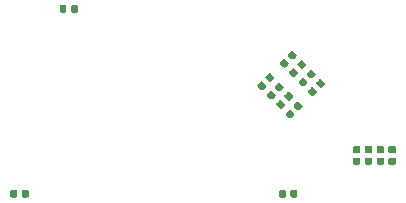
<source format=gbr>
G04 #@! TF.GenerationSoftware,KiCad,Pcbnew,5.1.5+dfsg1-2build2*
G04 #@! TF.CreationDate,2020-11-18T17:14:58+00:00*
G04 #@! TF.ProjectId,picodvi,7069636f-6476-4692-9e6b-696361645f70,rev?*
G04 #@! TF.SameCoordinates,Original*
G04 #@! TF.FileFunction,Paste,Bot*
G04 #@! TF.FilePolarity,Positive*
%FSLAX46Y46*%
G04 Gerber Fmt 4.6, Leading zero omitted, Abs format (unit mm)*
G04 Created by KiCad (PCBNEW 5.1.5+dfsg1-2build2) date 2020-11-18 17:14:58*
%MOMM*%
%LPD*%
G04 APERTURE LIST*
%ADD10C,0.100000*%
G04 APERTURE END LIST*
D10*
G36*
X228753833Y-96219883D02*
G01*
X228768151Y-96222007D01*
X228782192Y-96225524D01*
X228795821Y-96230401D01*
X228808906Y-96236590D01*
X228821322Y-96244031D01*
X228832948Y-96252654D01*
X228843673Y-96262375D01*
X229087625Y-96506327D01*
X229097346Y-96517052D01*
X229105969Y-96528678D01*
X229113410Y-96541094D01*
X229119599Y-96554179D01*
X229124476Y-96567808D01*
X229127993Y-96581849D01*
X229130117Y-96596167D01*
X229130827Y-96610625D01*
X229130117Y-96625083D01*
X229127993Y-96639401D01*
X229124476Y-96653442D01*
X229119599Y-96667071D01*
X229113410Y-96680156D01*
X229105969Y-96692572D01*
X229097346Y-96704198D01*
X229087625Y-96714923D01*
X228879029Y-96923519D01*
X228868304Y-96933240D01*
X228856678Y-96941863D01*
X228844262Y-96949304D01*
X228831177Y-96955493D01*
X228817548Y-96960370D01*
X228803507Y-96963887D01*
X228789189Y-96966011D01*
X228774731Y-96966721D01*
X228760273Y-96966011D01*
X228745955Y-96963887D01*
X228731914Y-96960370D01*
X228718285Y-96955493D01*
X228705200Y-96949304D01*
X228692784Y-96941863D01*
X228681158Y-96933240D01*
X228670433Y-96923519D01*
X228426481Y-96679567D01*
X228416760Y-96668842D01*
X228408137Y-96657216D01*
X228400696Y-96644800D01*
X228394507Y-96631715D01*
X228389630Y-96618086D01*
X228386113Y-96604045D01*
X228383989Y-96589727D01*
X228383279Y-96575269D01*
X228383989Y-96560811D01*
X228386113Y-96546493D01*
X228389630Y-96532452D01*
X228394507Y-96518823D01*
X228400696Y-96505738D01*
X228408137Y-96493322D01*
X228416760Y-96481696D01*
X228426481Y-96470971D01*
X228635077Y-96262375D01*
X228645802Y-96252654D01*
X228657428Y-96244031D01*
X228669844Y-96236590D01*
X228682929Y-96230401D01*
X228696558Y-96225524D01*
X228710599Y-96222007D01*
X228724917Y-96219883D01*
X228739375Y-96219173D01*
X228753833Y-96219883D01*
G37*
G36*
X229439727Y-95533989D02*
G01*
X229454045Y-95536113D01*
X229468086Y-95539630D01*
X229481715Y-95544507D01*
X229494800Y-95550696D01*
X229507216Y-95558137D01*
X229518842Y-95566760D01*
X229529567Y-95576481D01*
X229773519Y-95820433D01*
X229783240Y-95831158D01*
X229791863Y-95842784D01*
X229799304Y-95855200D01*
X229805493Y-95868285D01*
X229810370Y-95881914D01*
X229813887Y-95895955D01*
X229816011Y-95910273D01*
X229816721Y-95924731D01*
X229816011Y-95939189D01*
X229813887Y-95953507D01*
X229810370Y-95967548D01*
X229805493Y-95981177D01*
X229799304Y-95994262D01*
X229791863Y-96006678D01*
X229783240Y-96018304D01*
X229773519Y-96029029D01*
X229564923Y-96237625D01*
X229554198Y-96247346D01*
X229542572Y-96255969D01*
X229530156Y-96263410D01*
X229517071Y-96269599D01*
X229503442Y-96274476D01*
X229489401Y-96277993D01*
X229475083Y-96280117D01*
X229460625Y-96280827D01*
X229446167Y-96280117D01*
X229431849Y-96277993D01*
X229417808Y-96274476D01*
X229404179Y-96269599D01*
X229391094Y-96263410D01*
X229378678Y-96255969D01*
X229367052Y-96247346D01*
X229356327Y-96237625D01*
X229112375Y-95993673D01*
X229102654Y-95982948D01*
X229094031Y-95971322D01*
X229086590Y-95958906D01*
X229080401Y-95945821D01*
X229075524Y-95932192D01*
X229072007Y-95918151D01*
X229069883Y-95903833D01*
X229069173Y-95889375D01*
X229069883Y-95874917D01*
X229072007Y-95860599D01*
X229075524Y-95846558D01*
X229080401Y-95832929D01*
X229086590Y-95819844D01*
X229094031Y-95807428D01*
X229102654Y-95795802D01*
X229112375Y-95785077D01*
X229320971Y-95576481D01*
X229331696Y-95566760D01*
X229343322Y-95558137D01*
X229355738Y-95550696D01*
X229368823Y-95544507D01*
X229382452Y-95539630D01*
X229396493Y-95536113D01*
X229410811Y-95533989D01*
X229425269Y-95533279D01*
X229439727Y-95533989D01*
G37*
G36*
X231039727Y-97133989D02*
G01*
X231054045Y-97136113D01*
X231068086Y-97139630D01*
X231081715Y-97144507D01*
X231094800Y-97150696D01*
X231107216Y-97158137D01*
X231118842Y-97166760D01*
X231129567Y-97176481D01*
X231373519Y-97420433D01*
X231383240Y-97431158D01*
X231391863Y-97442784D01*
X231399304Y-97455200D01*
X231405493Y-97468285D01*
X231410370Y-97481914D01*
X231413887Y-97495955D01*
X231416011Y-97510273D01*
X231416721Y-97524731D01*
X231416011Y-97539189D01*
X231413887Y-97553507D01*
X231410370Y-97567548D01*
X231405493Y-97581177D01*
X231399304Y-97594262D01*
X231391863Y-97606678D01*
X231383240Y-97618304D01*
X231373519Y-97629029D01*
X231164923Y-97837625D01*
X231154198Y-97847346D01*
X231142572Y-97855969D01*
X231130156Y-97863410D01*
X231117071Y-97869599D01*
X231103442Y-97874476D01*
X231089401Y-97877993D01*
X231075083Y-97880117D01*
X231060625Y-97880827D01*
X231046167Y-97880117D01*
X231031849Y-97877993D01*
X231017808Y-97874476D01*
X231004179Y-97869599D01*
X230991094Y-97863410D01*
X230978678Y-97855969D01*
X230967052Y-97847346D01*
X230956327Y-97837625D01*
X230712375Y-97593673D01*
X230702654Y-97582948D01*
X230694031Y-97571322D01*
X230686590Y-97558906D01*
X230680401Y-97545821D01*
X230675524Y-97532192D01*
X230672007Y-97518151D01*
X230669883Y-97503833D01*
X230669173Y-97489375D01*
X230669883Y-97474917D01*
X230672007Y-97460599D01*
X230675524Y-97446558D01*
X230680401Y-97432929D01*
X230686590Y-97419844D01*
X230694031Y-97407428D01*
X230702654Y-97395802D01*
X230712375Y-97385077D01*
X230920971Y-97176481D01*
X230931696Y-97166760D01*
X230943322Y-97158137D01*
X230955738Y-97150696D01*
X230968823Y-97144507D01*
X230982452Y-97139630D01*
X230996493Y-97136113D01*
X231010811Y-97133989D01*
X231025269Y-97133279D01*
X231039727Y-97133989D01*
G37*
G36*
X230353833Y-97819883D02*
G01*
X230368151Y-97822007D01*
X230382192Y-97825524D01*
X230395821Y-97830401D01*
X230408906Y-97836590D01*
X230421322Y-97844031D01*
X230432948Y-97852654D01*
X230443673Y-97862375D01*
X230687625Y-98106327D01*
X230697346Y-98117052D01*
X230705969Y-98128678D01*
X230713410Y-98141094D01*
X230719599Y-98154179D01*
X230724476Y-98167808D01*
X230727993Y-98181849D01*
X230730117Y-98196167D01*
X230730827Y-98210625D01*
X230730117Y-98225083D01*
X230727993Y-98239401D01*
X230724476Y-98253442D01*
X230719599Y-98267071D01*
X230713410Y-98280156D01*
X230705969Y-98292572D01*
X230697346Y-98304198D01*
X230687625Y-98314923D01*
X230479029Y-98523519D01*
X230468304Y-98533240D01*
X230456678Y-98541863D01*
X230444262Y-98549304D01*
X230431177Y-98555493D01*
X230417548Y-98560370D01*
X230403507Y-98563887D01*
X230389189Y-98566011D01*
X230374731Y-98566721D01*
X230360273Y-98566011D01*
X230345955Y-98563887D01*
X230331914Y-98560370D01*
X230318285Y-98555493D01*
X230305200Y-98549304D01*
X230292784Y-98541863D01*
X230281158Y-98533240D01*
X230270433Y-98523519D01*
X230026481Y-98279567D01*
X230016760Y-98268842D01*
X230008137Y-98257216D01*
X230000696Y-98244800D01*
X229994507Y-98231715D01*
X229989630Y-98218086D01*
X229986113Y-98204045D01*
X229983989Y-98189727D01*
X229983279Y-98175269D01*
X229983989Y-98160811D01*
X229986113Y-98146493D01*
X229989630Y-98132452D01*
X229994507Y-98118823D01*
X230000696Y-98105738D01*
X230008137Y-98093322D01*
X230016760Y-98081696D01*
X230026481Y-98070971D01*
X230235077Y-97862375D01*
X230245802Y-97852654D01*
X230257428Y-97844031D01*
X230269844Y-97836590D01*
X230282929Y-97830401D01*
X230296558Y-97825524D01*
X230310599Y-97822007D01*
X230324917Y-97819883D01*
X230339375Y-97819173D01*
X230353833Y-97819883D01*
G37*
G36*
X230239727Y-96333989D02*
G01*
X230254045Y-96336113D01*
X230268086Y-96339630D01*
X230281715Y-96344507D01*
X230294800Y-96350696D01*
X230307216Y-96358137D01*
X230318842Y-96366760D01*
X230329567Y-96376481D01*
X230573519Y-96620433D01*
X230583240Y-96631158D01*
X230591863Y-96642784D01*
X230599304Y-96655200D01*
X230605493Y-96668285D01*
X230610370Y-96681914D01*
X230613887Y-96695955D01*
X230616011Y-96710273D01*
X230616721Y-96724731D01*
X230616011Y-96739189D01*
X230613887Y-96753507D01*
X230610370Y-96767548D01*
X230605493Y-96781177D01*
X230599304Y-96794262D01*
X230591863Y-96806678D01*
X230583240Y-96818304D01*
X230573519Y-96829029D01*
X230364923Y-97037625D01*
X230354198Y-97047346D01*
X230342572Y-97055969D01*
X230330156Y-97063410D01*
X230317071Y-97069599D01*
X230303442Y-97074476D01*
X230289401Y-97077993D01*
X230275083Y-97080117D01*
X230260625Y-97080827D01*
X230246167Y-97080117D01*
X230231849Y-97077993D01*
X230217808Y-97074476D01*
X230204179Y-97069599D01*
X230191094Y-97063410D01*
X230178678Y-97055969D01*
X230167052Y-97047346D01*
X230156327Y-97037625D01*
X229912375Y-96793673D01*
X229902654Y-96782948D01*
X229894031Y-96771322D01*
X229886590Y-96758906D01*
X229880401Y-96745821D01*
X229875524Y-96732192D01*
X229872007Y-96718151D01*
X229869883Y-96703833D01*
X229869173Y-96689375D01*
X229869883Y-96674917D01*
X229872007Y-96660599D01*
X229875524Y-96646558D01*
X229880401Y-96632929D01*
X229886590Y-96619844D01*
X229894031Y-96607428D01*
X229902654Y-96595802D01*
X229912375Y-96585077D01*
X230120971Y-96376481D01*
X230131696Y-96366760D01*
X230143322Y-96358137D01*
X230155738Y-96350696D01*
X230168823Y-96344507D01*
X230182452Y-96339630D01*
X230196493Y-96336113D01*
X230210811Y-96333989D01*
X230225269Y-96333279D01*
X230239727Y-96333989D01*
G37*
G36*
X229553833Y-97019883D02*
G01*
X229568151Y-97022007D01*
X229582192Y-97025524D01*
X229595821Y-97030401D01*
X229608906Y-97036590D01*
X229621322Y-97044031D01*
X229632948Y-97052654D01*
X229643673Y-97062375D01*
X229887625Y-97306327D01*
X229897346Y-97317052D01*
X229905969Y-97328678D01*
X229913410Y-97341094D01*
X229919599Y-97354179D01*
X229924476Y-97367808D01*
X229927993Y-97381849D01*
X229930117Y-97396167D01*
X229930827Y-97410625D01*
X229930117Y-97425083D01*
X229927993Y-97439401D01*
X229924476Y-97453442D01*
X229919599Y-97467071D01*
X229913410Y-97480156D01*
X229905969Y-97492572D01*
X229897346Y-97504198D01*
X229887625Y-97514923D01*
X229679029Y-97723519D01*
X229668304Y-97733240D01*
X229656678Y-97741863D01*
X229644262Y-97749304D01*
X229631177Y-97755493D01*
X229617548Y-97760370D01*
X229603507Y-97763887D01*
X229589189Y-97766011D01*
X229574731Y-97766721D01*
X229560273Y-97766011D01*
X229545955Y-97763887D01*
X229531914Y-97760370D01*
X229518285Y-97755493D01*
X229505200Y-97749304D01*
X229492784Y-97741863D01*
X229481158Y-97733240D01*
X229470433Y-97723519D01*
X229226481Y-97479567D01*
X229216760Y-97468842D01*
X229208137Y-97457216D01*
X229200696Y-97444800D01*
X229194507Y-97431715D01*
X229189630Y-97418086D01*
X229186113Y-97404045D01*
X229183989Y-97389727D01*
X229183279Y-97375269D01*
X229183989Y-97360811D01*
X229186113Y-97346493D01*
X229189630Y-97332452D01*
X229194507Y-97318823D01*
X229200696Y-97305738D01*
X229208137Y-97293322D01*
X229216760Y-97281696D01*
X229226481Y-97270971D01*
X229435077Y-97062375D01*
X229445802Y-97052654D01*
X229457428Y-97044031D01*
X229469844Y-97036590D01*
X229482929Y-97030401D01*
X229496558Y-97025524D01*
X229510599Y-97022007D01*
X229524917Y-97019883D01*
X229539375Y-97019173D01*
X229553833Y-97019883D01*
G37*
G36*
X233739727Y-96033989D02*
G01*
X233754045Y-96036113D01*
X233768086Y-96039630D01*
X233781715Y-96044507D01*
X233794800Y-96050696D01*
X233807216Y-96058137D01*
X233818842Y-96066760D01*
X233829567Y-96076481D01*
X234073519Y-96320433D01*
X234083240Y-96331158D01*
X234091863Y-96342784D01*
X234099304Y-96355200D01*
X234105493Y-96368285D01*
X234110370Y-96381914D01*
X234113887Y-96395955D01*
X234116011Y-96410273D01*
X234116721Y-96424731D01*
X234116011Y-96439189D01*
X234113887Y-96453507D01*
X234110370Y-96467548D01*
X234105493Y-96481177D01*
X234099304Y-96494262D01*
X234091863Y-96506678D01*
X234083240Y-96518304D01*
X234073519Y-96529029D01*
X233864923Y-96737625D01*
X233854198Y-96747346D01*
X233842572Y-96755969D01*
X233830156Y-96763410D01*
X233817071Y-96769599D01*
X233803442Y-96774476D01*
X233789401Y-96777993D01*
X233775083Y-96780117D01*
X233760625Y-96780827D01*
X233746167Y-96780117D01*
X233731849Y-96777993D01*
X233717808Y-96774476D01*
X233704179Y-96769599D01*
X233691094Y-96763410D01*
X233678678Y-96755969D01*
X233667052Y-96747346D01*
X233656327Y-96737625D01*
X233412375Y-96493673D01*
X233402654Y-96482948D01*
X233394031Y-96471322D01*
X233386590Y-96458906D01*
X233380401Y-96445821D01*
X233375524Y-96432192D01*
X233372007Y-96418151D01*
X233369883Y-96403833D01*
X233369173Y-96389375D01*
X233369883Y-96374917D01*
X233372007Y-96360599D01*
X233375524Y-96346558D01*
X233380401Y-96332929D01*
X233386590Y-96319844D01*
X233394031Y-96307428D01*
X233402654Y-96295802D01*
X233412375Y-96285077D01*
X233620971Y-96076481D01*
X233631696Y-96066760D01*
X233643322Y-96058137D01*
X233655738Y-96050696D01*
X233668823Y-96044507D01*
X233682452Y-96039630D01*
X233696493Y-96036113D01*
X233710811Y-96033989D01*
X233725269Y-96033279D01*
X233739727Y-96033989D01*
G37*
G36*
X233053833Y-96719883D02*
G01*
X233068151Y-96722007D01*
X233082192Y-96725524D01*
X233095821Y-96730401D01*
X233108906Y-96736590D01*
X233121322Y-96744031D01*
X233132948Y-96752654D01*
X233143673Y-96762375D01*
X233387625Y-97006327D01*
X233397346Y-97017052D01*
X233405969Y-97028678D01*
X233413410Y-97041094D01*
X233419599Y-97054179D01*
X233424476Y-97067808D01*
X233427993Y-97081849D01*
X233430117Y-97096167D01*
X233430827Y-97110625D01*
X233430117Y-97125083D01*
X233427993Y-97139401D01*
X233424476Y-97153442D01*
X233419599Y-97167071D01*
X233413410Y-97180156D01*
X233405969Y-97192572D01*
X233397346Y-97204198D01*
X233387625Y-97214923D01*
X233179029Y-97423519D01*
X233168304Y-97433240D01*
X233156678Y-97441863D01*
X233144262Y-97449304D01*
X233131177Y-97455493D01*
X233117548Y-97460370D01*
X233103507Y-97463887D01*
X233089189Y-97466011D01*
X233074731Y-97466721D01*
X233060273Y-97466011D01*
X233045955Y-97463887D01*
X233031914Y-97460370D01*
X233018285Y-97455493D01*
X233005200Y-97449304D01*
X232992784Y-97441863D01*
X232981158Y-97433240D01*
X232970433Y-97423519D01*
X232726481Y-97179567D01*
X232716760Y-97168842D01*
X232708137Y-97157216D01*
X232700696Y-97144800D01*
X232694507Y-97131715D01*
X232689630Y-97118086D01*
X232686113Y-97104045D01*
X232683989Y-97089727D01*
X232683279Y-97075269D01*
X232683989Y-97060811D01*
X232686113Y-97046493D01*
X232689630Y-97032452D01*
X232694507Y-97018823D01*
X232700696Y-97005738D01*
X232708137Y-96993322D01*
X232716760Y-96981696D01*
X232726481Y-96970971D01*
X232935077Y-96762375D01*
X232945802Y-96752654D01*
X232957428Y-96744031D01*
X232969844Y-96736590D01*
X232982929Y-96730401D01*
X232996558Y-96725524D01*
X233010599Y-96722007D01*
X233024917Y-96719883D01*
X233039375Y-96719173D01*
X233053833Y-96719883D01*
G37*
G36*
X231839727Y-97933989D02*
G01*
X231854045Y-97936113D01*
X231868086Y-97939630D01*
X231881715Y-97944507D01*
X231894800Y-97950696D01*
X231907216Y-97958137D01*
X231918842Y-97966760D01*
X231929567Y-97976481D01*
X232173519Y-98220433D01*
X232183240Y-98231158D01*
X232191863Y-98242784D01*
X232199304Y-98255200D01*
X232205493Y-98268285D01*
X232210370Y-98281914D01*
X232213887Y-98295955D01*
X232216011Y-98310273D01*
X232216721Y-98324731D01*
X232216011Y-98339189D01*
X232213887Y-98353507D01*
X232210370Y-98367548D01*
X232205493Y-98381177D01*
X232199304Y-98394262D01*
X232191863Y-98406678D01*
X232183240Y-98418304D01*
X232173519Y-98429029D01*
X231964923Y-98637625D01*
X231954198Y-98647346D01*
X231942572Y-98655969D01*
X231930156Y-98663410D01*
X231917071Y-98669599D01*
X231903442Y-98674476D01*
X231889401Y-98677993D01*
X231875083Y-98680117D01*
X231860625Y-98680827D01*
X231846167Y-98680117D01*
X231831849Y-98677993D01*
X231817808Y-98674476D01*
X231804179Y-98669599D01*
X231791094Y-98663410D01*
X231778678Y-98655969D01*
X231767052Y-98647346D01*
X231756327Y-98637625D01*
X231512375Y-98393673D01*
X231502654Y-98382948D01*
X231494031Y-98371322D01*
X231486590Y-98358906D01*
X231480401Y-98345821D01*
X231475524Y-98332192D01*
X231472007Y-98318151D01*
X231469883Y-98303833D01*
X231469173Y-98289375D01*
X231469883Y-98274917D01*
X231472007Y-98260599D01*
X231475524Y-98246558D01*
X231480401Y-98232929D01*
X231486590Y-98219844D01*
X231494031Y-98207428D01*
X231502654Y-98195802D01*
X231512375Y-98185077D01*
X231720971Y-97976481D01*
X231731696Y-97966760D01*
X231743322Y-97958137D01*
X231755738Y-97950696D01*
X231768823Y-97944507D01*
X231782452Y-97939630D01*
X231796493Y-97936113D01*
X231810811Y-97933989D01*
X231825269Y-97933279D01*
X231839727Y-97933989D01*
G37*
G36*
X231153833Y-98619883D02*
G01*
X231168151Y-98622007D01*
X231182192Y-98625524D01*
X231195821Y-98630401D01*
X231208906Y-98636590D01*
X231221322Y-98644031D01*
X231232948Y-98652654D01*
X231243673Y-98662375D01*
X231487625Y-98906327D01*
X231497346Y-98917052D01*
X231505969Y-98928678D01*
X231513410Y-98941094D01*
X231519599Y-98954179D01*
X231524476Y-98967808D01*
X231527993Y-98981849D01*
X231530117Y-98996167D01*
X231530827Y-99010625D01*
X231530117Y-99025083D01*
X231527993Y-99039401D01*
X231524476Y-99053442D01*
X231519599Y-99067071D01*
X231513410Y-99080156D01*
X231505969Y-99092572D01*
X231497346Y-99104198D01*
X231487625Y-99114923D01*
X231279029Y-99323519D01*
X231268304Y-99333240D01*
X231256678Y-99341863D01*
X231244262Y-99349304D01*
X231231177Y-99355493D01*
X231217548Y-99360370D01*
X231203507Y-99363887D01*
X231189189Y-99366011D01*
X231174731Y-99366721D01*
X231160273Y-99366011D01*
X231145955Y-99363887D01*
X231131914Y-99360370D01*
X231118285Y-99355493D01*
X231105200Y-99349304D01*
X231092784Y-99341863D01*
X231081158Y-99333240D01*
X231070433Y-99323519D01*
X230826481Y-99079567D01*
X230816760Y-99068842D01*
X230808137Y-99057216D01*
X230800696Y-99044800D01*
X230794507Y-99031715D01*
X230789630Y-99018086D01*
X230786113Y-99004045D01*
X230783989Y-98989727D01*
X230783279Y-98975269D01*
X230783989Y-98960811D01*
X230786113Y-98946493D01*
X230789630Y-98932452D01*
X230794507Y-98918823D01*
X230800696Y-98905738D01*
X230808137Y-98893322D01*
X230816760Y-98881696D01*
X230826481Y-98870971D01*
X231035077Y-98662375D01*
X231045802Y-98652654D01*
X231057428Y-98644031D01*
X231069844Y-98636590D01*
X231082929Y-98630401D01*
X231096558Y-98625524D01*
X231110599Y-98622007D01*
X231124917Y-98619883D01*
X231139375Y-98619173D01*
X231153833Y-98619883D01*
G37*
G36*
X232253833Y-95919883D02*
G01*
X232268151Y-95922007D01*
X232282192Y-95925524D01*
X232295821Y-95930401D01*
X232308906Y-95936590D01*
X232321322Y-95944031D01*
X232332948Y-95952654D01*
X232343673Y-95962375D01*
X232587625Y-96206327D01*
X232597346Y-96217052D01*
X232605969Y-96228678D01*
X232613410Y-96241094D01*
X232619599Y-96254179D01*
X232624476Y-96267808D01*
X232627993Y-96281849D01*
X232630117Y-96296167D01*
X232630827Y-96310625D01*
X232630117Y-96325083D01*
X232627993Y-96339401D01*
X232624476Y-96353442D01*
X232619599Y-96367071D01*
X232613410Y-96380156D01*
X232605969Y-96392572D01*
X232597346Y-96404198D01*
X232587625Y-96414923D01*
X232379029Y-96623519D01*
X232368304Y-96633240D01*
X232356678Y-96641863D01*
X232344262Y-96649304D01*
X232331177Y-96655493D01*
X232317548Y-96660370D01*
X232303507Y-96663887D01*
X232289189Y-96666011D01*
X232274731Y-96666721D01*
X232260273Y-96666011D01*
X232245955Y-96663887D01*
X232231914Y-96660370D01*
X232218285Y-96655493D01*
X232205200Y-96649304D01*
X232192784Y-96641863D01*
X232181158Y-96633240D01*
X232170433Y-96623519D01*
X231926481Y-96379567D01*
X231916760Y-96368842D01*
X231908137Y-96357216D01*
X231900696Y-96344800D01*
X231894507Y-96331715D01*
X231889630Y-96318086D01*
X231886113Y-96304045D01*
X231883989Y-96289727D01*
X231883279Y-96275269D01*
X231883989Y-96260811D01*
X231886113Y-96246493D01*
X231889630Y-96232452D01*
X231894507Y-96218823D01*
X231900696Y-96205738D01*
X231908137Y-96193322D01*
X231916760Y-96181696D01*
X231926481Y-96170971D01*
X232135077Y-95962375D01*
X232145802Y-95952654D01*
X232157428Y-95944031D01*
X232169844Y-95936590D01*
X232182929Y-95930401D01*
X232196558Y-95925524D01*
X232210599Y-95922007D01*
X232224917Y-95919883D01*
X232239375Y-95919173D01*
X232253833Y-95919883D01*
G37*
G36*
X232939727Y-95233989D02*
G01*
X232954045Y-95236113D01*
X232968086Y-95239630D01*
X232981715Y-95244507D01*
X232994800Y-95250696D01*
X233007216Y-95258137D01*
X233018842Y-95266760D01*
X233029567Y-95276481D01*
X233273519Y-95520433D01*
X233283240Y-95531158D01*
X233291863Y-95542784D01*
X233299304Y-95555200D01*
X233305493Y-95568285D01*
X233310370Y-95581914D01*
X233313887Y-95595955D01*
X233316011Y-95610273D01*
X233316721Y-95624731D01*
X233316011Y-95639189D01*
X233313887Y-95653507D01*
X233310370Y-95667548D01*
X233305493Y-95681177D01*
X233299304Y-95694262D01*
X233291863Y-95706678D01*
X233283240Y-95718304D01*
X233273519Y-95729029D01*
X233064923Y-95937625D01*
X233054198Y-95947346D01*
X233042572Y-95955969D01*
X233030156Y-95963410D01*
X233017071Y-95969599D01*
X233003442Y-95974476D01*
X232989401Y-95977993D01*
X232975083Y-95980117D01*
X232960625Y-95980827D01*
X232946167Y-95980117D01*
X232931849Y-95977993D01*
X232917808Y-95974476D01*
X232904179Y-95969599D01*
X232891094Y-95963410D01*
X232878678Y-95955969D01*
X232867052Y-95947346D01*
X232856327Y-95937625D01*
X232612375Y-95693673D01*
X232602654Y-95682948D01*
X232594031Y-95671322D01*
X232586590Y-95658906D01*
X232580401Y-95645821D01*
X232575524Y-95632192D01*
X232572007Y-95618151D01*
X232569883Y-95603833D01*
X232569173Y-95589375D01*
X232569883Y-95574917D01*
X232572007Y-95560599D01*
X232575524Y-95546558D01*
X232580401Y-95532929D01*
X232586590Y-95519844D01*
X232594031Y-95507428D01*
X232602654Y-95495802D01*
X232612375Y-95485077D01*
X232820971Y-95276481D01*
X232831696Y-95266760D01*
X232843322Y-95258137D01*
X232855738Y-95250696D01*
X232868823Y-95244507D01*
X232882452Y-95239630D01*
X232896493Y-95236113D01*
X232910811Y-95233989D01*
X232925269Y-95233279D01*
X232939727Y-95233989D01*
G37*
G36*
X232139727Y-94433989D02*
G01*
X232154045Y-94436113D01*
X232168086Y-94439630D01*
X232181715Y-94444507D01*
X232194800Y-94450696D01*
X232207216Y-94458137D01*
X232218842Y-94466760D01*
X232229567Y-94476481D01*
X232473519Y-94720433D01*
X232483240Y-94731158D01*
X232491863Y-94742784D01*
X232499304Y-94755200D01*
X232505493Y-94768285D01*
X232510370Y-94781914D01*
X232513887Y-94795955D01*
X232516011Y-94810273D01*
X232516721Y-94824731D01*
X232516011Y-94839189D01*
X232513887Y-94853507D01*
X232510370Y-94867548D01*
X232505493Y-94881177D01*
X232499304Y-94894262D01*
X232491863Y-94906678D01*
X232483240Y-94918304D01*
X232473519Y-94929029D01*
X232264923Y-95137625D01*
X232254198Y-95147346D01*
X232242572Y-95155969D01*
X232230156Y-95163410D01*
X232217071Y-95169599D01*
X232203442Y-95174476D01*
X232189401Y-95177993D01*
X232175083Y-95180117D01*
X232160625Y-95180827D01*
X232146167Y-95180117D01*
X232131849Y-95177993D01*
X232117808Y-95174476D01*
X232104179Y-95169599D01*
X232091094Y-95163410D01*
X232078678Y-95155969D01*
X232067052Y-95147346D01*
X232056327Y-95137625D01*
X231812375Y-94893673D01*
X231802654Y-94882948D01*
X231794031Y-94871322D01*
X231786590Y-94858906D01*
X231780401Y-94845821D01*
X231775524Y-94832192D01*
X231772007Y-94818151D01*
X231769883Y-94803833D01*
X231769173Y-94789375D01*
X231769883Y-94774917D01*
X231772007Y-94760599D01*
X231775524Y-94746558D01*
X231780401Y-94732929D01*
X231786590Y-94719844D01*
X231794031Y-94707428D01*
X231802654Y-94695802D01*
X231812375Y-94685077D01*
X232020971Y-94476481D01*
X232031696Y-94466760D01*
X232043322Y-94458137D01*
X232055738Y-94450696D01*
X232068823Y-94444507D01*
X232082452Y-94439630D01*
X232096493Y-94436113D01*
X232110811Y-94433989D01*
X232125269Y-94433279D01*
X232139727Y-94433989D01*
G37*
G36*
X231453833Y-95119883D02*
G01*
X231468151Y-95122007D01*
X231482192Y-95125524D01*
X231495821Y-95130401D01*
X231508906Y-95136590D01*
X231521322Y-95144031D01*
X231532948Y-95152654D01*
X231543673Y-95162375D01*
X231787625Y-95406327D01*
X231797346Y-95417052D01*
X231805969Y-95428678D01*
X231813410Y-95441094D01*
X231819599Y-95454179D01*
X231824476Y-95467808D01*
X231827993Y-95481849D01*
X231830117Y-95496167D01*
X231830827Y-95510625D01*
X231830117Y-95525083D01*
X231827993Y-95539401D01*
X231824476Y-95553442D01*
X231819599Y-95567071D01*
X231813410Y-95580156D01*
X231805969Y-95592572D01*
X231797346Y-95604198D01*
X231787625Y-95614923D01*
X231579029Y-95823519D01*
X231568304Y-95833240D01*
X231556678Y-95841863D01*
X231544262Y-95849304D01*
X231531177Y-95855493D01*
X231517548Y-95860370D01*
X231503507Y-95863887D01*
X231489189Y-95866011D01*
X231474731Y-95866721D01*
X231460273Y-95866011D01*
X231445955Y-95863887D01*
X231431914Y-95860370D01*
X231418285Y-95855493D01*
X231405200Y-95849304D01*
X231392784Y-95841863D01*
X231381158Y-95833240D01*
X231370433Y-95823519D01*
X231126481Y-95579567D01*
X231116760Y-95568842D01*
X231108137Y-95557216D01*
X231100696Y-95544800D01*
X231094507Y-95531715D01*
X231089630Y-95518086D01*
X231086113Y-95504045D01*
X231083989Y-95489727D01*
X231083279Y-95475269D01*
X231083989Y-95460811D01*
X231086113Y-95446493D01*
X231089630Y-95432452D01*
X231094507Y-95418823D01*
X231100696Y-95405738D01*
X231108137Y-95393322D01*
X231116760Y-95381696D01*
X231126481Y-95370971D01*
X231335077Y-95162375D01*
X231345802Y-95152654D01*
X231357428Y-95144031D01*
X231369844Y-95136590D01*
X231382929Y-95130401D01*
X231396558Y-95125524D01*
X231410599Y-95122007D01*
X231424917Y-95119883D01*
X231439375Y-95119173D01*
X231453833Y-95119883D01*
G37*
G36*
X231339727Y-93633989D02*
G01*
X231354045Y-93636113D01*
X231368086Y-93639630D01*
X231381715Y-93644507D01*
X231394800Y-93650696D01*
X231407216Y-93658137D01*
X231418842Y-93666760D01*
X231429567Y-93676481D01*
X231673519Y-93920433D01*
X231683240Y-93931158D01*
X231691863Y-93942784D01*
X231699304Y-93955200D01*
X231705493Y-93968285D01*
X231710370Y-93981914D01*
X231713887Y-93995955D01*
X231716011Y-94010273D01*
X231716721Y-94024731D01*
X231716011Y-94039189D01*
X231713887Y-94053507D01*
X231710370Y-94067548D01*
X231705493Y-94081177D01*
X231699304Y-94094262D01*
X231691863Y-94106678D01*
X231683240Y-94118304D01*
X231673519Y-94129029D01*
X231464923Y-94337625D01*
X231454198Y-94347346D01*
X231442572Y-94355969D01*
X231430156Y-94363410D01*
X231417071Y-94369599D01*
X231403442Y-94374476D01*
X231389401Y-94377993D01*
X231375083Y-94380117D01*
X231360625Y-94380827D01*
X231346167Y-94380117D01*
X231331849Y-94377993D01*
X231317808Y-94374476D01*
X231304179Y-94369599D01*
X231291094Y-94363410D01*
X231278678Y-94355969D01*
X231267052Y-94347346D01*
X231256327Y-94337625D01*
X231012375Y-94093673D01*
X231002654Y-94082948D01*
X230994031Y-94071322D01*
X230986590Y-94058906D01*
X230980401Y-94045821D01*
X230975524Y-94032192D01*
X230972007Y-94018151D01*
X230969883Y-94003833D01*
X230969173Y-93989375D01*
X230969883Y-93974917D01*
X230972007Y-93960599D01*
X230975524Y-93946558D01*
X230980401Y-93932929D01*
X230986590Y-93919844D01*
X230994031Y-93907428D01*
X231002654Y-93895802D01*
X231012375Y-93885077D01*
X231220971Y-93676481D01*
X231231696Y-93666760D01*
X231243322Y-93658137D01*
X231255738Y-93650696D01*
X231268823Y-93644507D01*
X231282452Y-93639630D01*
X231296493Y-93636113D01*
X231310811Y-93633989D01*
X231325269Y-93633279D01*
X231339727Y-93633989D01*
G37*
G36*
X230653833Y-94319883D02*
G01*
X230668151Y-94322007D01*
X230682192Y-94325524D01*
X230695821Y-94330401D01*
X230708906Y-94336590D01*
X230721322Y-94344031D01*
X230732948Y-94352654D01*
X230743673Y-94362375D01*
X230987625Y-94606327D01*
X230997346Y-94617052D01*
X231005969Y-94628678D01*
X231013410Y-94641094D01*
X231019599Y-94654179D01*
X231024476Y-94667808D01*
X231027993Y-94681849D01*
X231030117Y-94696167D01*
X231030827Y-94710625D01*
X231030117Y-94725083D01*
X231027993Y-94739401D01*
X231024476Y-94753442D01*
X231019599Y-94767071D01*
X231013410Y-94780156D01*
X231005969Y-94792572D01*
X230997346Y-94804198D01*
X230987625Y-94814923D01*
X230779029Y-95023519D01*
X230768304Y-95033240D01*
X230756678Y-95041863D01*
X230744262Y-95049304D01*
X230731177Y-95055493D01*
X230717548Y-95060370D01*
X230703507Y-95063887D01*
X230689189Y-95066011D01*
X230674731Y-95066721D01*
X230660273Y-95066011D01*
X230645955Y-95063887D01*
X230631914Y-95060370D01*
X230618285Y-95055493D01*
X230605200Y-95049304D01*
X230592784Y-95041863D01*
X230581158Y-95033240D01*
X230570433Y-95023519D01*
X230326481Y-94779567D01*
X230316760Y-94768842D01*
X230308137Y-94757216D01*
X230300696Y-94744800D01*
X230294507Y-94731715D01*
X230289630Y-94718086D01*
X230286113Y-94704045D01*
X230283989Y-94689727D01*
X230283279Y-94675269D01*
X230283989Y-94660811D01*
X230286113Y-94646493D01*
X230289630Y-94632452D01*
X230294507Y-94618823D01*
X230300696Y-94605738D01*
X230308137Y-94593322D01*
X230316760Y-94581696D01*
X230326481Y-94570971D01*
X230535077Y-94362375D01*
X230545802Y-94352654D01*
X230557428Y-94344031D01*
X230569844Y-94336590D01*
X230582929Y-94330401D01*
X230596558Y-94325524D01*
X230610599Y-94322007D01*
X230624917Y-94319883D01*
X230639375Y-94319173D01*
X230653833Y-94319883D01*
G37*
G36*
X231646958Y-105430710D02*
G01*
X231661276Y-105432834D01*
X231675317Y-105436351D01*
X231688946Y-105441228D01*
X231702031Y-105447417D01*
X231714447Y-105454858D01*
X231726073Y-105463481D01*
X231736798Y-105473202D01*
X231746519Y-105483927D01*
X231755142Y-105495553D01*
X231762583Y-105507969D01*
X231768772Y-105521054D01*
X231773649Y-105534683D01*
X231777166Y-105548724D01*
X231779290Y-105563042D01*
X231780000Y-105577500D01*
X231780000Y-105922500D01*
X231779290Y-105936958D01*
X231777166Y-105951276D01*
X231773649Y-105965317D01*
X231768772Y-105978946D01*
X231762583Y-105992031D01*
X231755142Y-106004447D01*
X231746519Y-106016073D01*
X231736798Y-106026798D01*
X231726073Y-106036519D01*
X231714447Y-106045142D01*
X231702031Y-106052583D01*
X231688946Y-106058772D01*
X231675317Y-106063649D01*
X231661276Y-106067166D01*
X231646958Y-106069290D01*
X231632500Y-106070000D01*
X231337500Y-106070000D01*
X231323042Y-106069290D01*
X231308724Y-106067166D01*
X231294683Y-106063649D01*
X231281054Y-106058772D01*
X231267969Y-106052583D01*
X231255553Y-106045142D01*
X231243927Y-106036519D01*
X231233202Y-106026798D01*
X231223481Y-106016073D01*
X231214858Y-106004447D01*
X231207417Y-105992031D01*
X231201228Y-105978946D01*
X231196351Y-105965317D01*
X231192834Y-105951276D01*
X231190710Y-105936958D01*
X231190000Y-105922500D01*
X231190000Y-105577500D01*
X231190710Y-105563042D01*
X231192834Y-105548724D01*
X231196351Y-105534683D01*
X231201228Y-105521054D01*
X231207417Y-105507969D01*
X231214858Y-105495553D01*
X231223481Y-105483927D01*
X231233202Y-105473202D01*
X231243927Y-105463481D01*
X231255553Y-105454858D01*
X231267969Y-105447417D01*
X231281054Y-105441228D01*
X231294683Y-105436351D01*
X231308724Y-105432834D01*
X231323042Y-105430710D01*
X231337500Y-105430000D01*
X231632500Y-105430000D01*
X231646958Y-105430710D01*
G37*
G36*
X230676958Y-105430710D02*
G01*
X230691276Y-105432834D01*
X230705317Y-105436351D01*
X230718946Y-105441228D01*
X230732031Y-105447417D01*
X230744447Y-105454858D01*
X230756073Y-105463481D01*
X230766798Y-105473202D01*
X230776519Y-105483927D01*
X230785142Y-105495553D01*
X230792583Y-105507969D01*
X230798772Y-105521054D01*
X230803649Y-105534683D01*
X230807166Y-105548724D01*
X230809290Y-105563042D01*
X230810000Y-105577500D01*
X230810000Y-105922500D01*
X230809290Y-105936958D01*
X230807166Y-105951276D01*
X230803649Y-105965317D01*
X230798772Y-105978946D01*
X230792583Y-105992031D01*
X230785142Y-106004447D01*
X230776519Y-106016073D01*
X230766798Y-106026798D01*
X230756073Y-106036519D01*
X230744447Y-106045142D01*
X230732031Y-106052583D01*
X230718946Y-106058772D01*
X230705317Y-106063649D01*
X230691276Y-106067166D01*
X230676958Y-106069290D01*
X230662500Y-106070000D01*
X230367500Y-106070000D01*
X230353042Y-106069290D01*
X230338724Y-106067166D01*
X230324683Y-106063649D01*
X230311054Y-106058772D01*
X230297969Y-106052583D01*
X230285553Y-106045142D01*
X230273927Y-106036519D01*
X230263202Y-106026798D01*
X230253481Y-106016073D01*
X230244858Y-106004447D01*
X230237417Y-105992031D01*
X230231228Y-105978946D01*
X230226351Y-105965317D01*
X230222834Y-105951276D01*
X230220710Y-105936958D01*
X230220000Y-105922500D01*
X230220000Y-105577500D01*
X230220710Y-105563042D01*
X230222834Y-105548724D01*
X230226351Y-105534683D01*
X230231228Y-105521054D01*
X230237417Y-105507969D01*
X230244858Y-105495553D01*
X230253481Y-105483927D01*
X230263202Y-105473202D01*
X230273927Y-105463481D01*
X230285553Y-105454858D01*
X230297969Y-105447417D01*
X230311054Y-105441228D01*
X230324683Y-105436351D01*
X230338724Y-105432834D01*
X230353042Y-105430710D01*
X230367500Y-105430000D01*
X230662500Y-105430000D01*
X230676958Y-105430710D01*
G37*
G36*
X207926958Y-105430710D02*
G01*
X207941276Y-105432834D01*
X207955317Y-105436351D01*
X207968946Y-105441228D01*
X207982031Y-105447417D01*
X207994447Y-105454858D01*
X208006073Y-105463481D01*
X208016798Y-105473202D01*
X208026519Y-105483927D01*
X208035142Y-105495553D01*
X208042583Y-105507969D01*
X208048772Y-105521054D01*
X208053649Y-105534683D01*
X208057166Y-105548724D01*
X208059290Y-105563042D01*
X208060000Y-105577500D01*
X208060000Y-105922500D01*
X208059290Y-105936958D01*
X208057166Y-105951276D01*
X208053649Y-105965317D01*
X208048772Y-105978946D01*
X208042583Y-105992031D01*
X208035142Y-106004447D01*
X208026519Y-106016073D01*
X208016798Y-106026798D01*
X208006073Y-106036519D01*
X207994447Y-106045142D01*
X207982031Y-106052583D01*
X207968946Y-106058772D01*
X207955317Y-106063649D01*
X207941276Y-106067166D01*
X207926958Y-106069290D01*
X207912500Y-106070000D01*
X207617500Y-106070000D01*
X207603042Y-106069290D01*
X207588724Y-106067166D01*
X207574683Y-106063649D01*
X207561054Y-106058772D01*
X207547969Y-106052583D01*
X207535553Y-106045142D01*
X207523927Y-106036519D01*
X207513202Y-106026798D01*
X207503481Y-106016073D01*
X207494858Y-106004447D01*
X207487417Y-105992031D01*
X207481228Y-105978946D01*
X207476351Y-105965317D01*
X207472834Y-105951276D01*
X207470710Y-105936958D01*
X207470000Y-105922500D01*
X207470000Y-105577500D01*
X207470710Y-105563042D01*
X207472834Y-105548724D01*
X207476351Y-105534683D01*
X207481228Y-105521054D01*
X207487417Y-105507969D01*
X207494858Y-105495553D01*
X207503481Y-105483927D01*
X207513202Y-105473202D01*
X207523927Y-105463481D01*
X207535553Y-105454858D01*
X207547969Y-105447417D01*
X207561054Y-105441228D01*
X207574683Y-105436351D01*
X207588724Y-105432834D01*
X207603042Y-105430710D01*
X207617500Y-105430000D01*
X207912500Y-105430000D01*
X207926958Y-105430710D01*
G37*
G36*
X208896958Y-105430710D02*
G01*
X208911276Y-105432834D01*
X208925317Y-105436351D01*
X208938946Y-105441228D01*
X208952031Y-105447417D01*
X208964447Y-105454858D01*
X208976073Y-105463481D01*
X208986798Y-105473202D01*
X208996519Y-105483927D01*
X209005142Y-105495553D01*
X209012583Y-105507969D01*
X209018772Y-105521054D01*
X209023649Y-105534683D01*
X209027166Y-105548724D01*
X209029290Y-105563042D01*
X209030000Y-105577500D01*
X209030000Y-105922500D01*
X209029290Y-105936958D01*
X209027166Y-105951276D01*
X209023649Y-105965317D01*
X209018772Y-105978946D01*
X209012583Y-105992031D01*
X209005142Y-106004447D01*
X208996519Y-106016073D01*
X208986798Y-106026798D01*
X208976073Y-106036519D01*
X208964447Y-106045142D01*
X208952031Y-106052583D01*
X208938946Y-106058772D01*
X208925317Y-106063649D01*
X208911276Y-106067166D01*
X208896958Y-106069290D01*
X208882500Y-106070000D01*
X208587500Y-106070000D01*
X208573042Y-106069290D01*
X208558724Y-106067166D01*
X208544683Y-106063649D01*
X208531054Y-106058772D01*
X208517969Y-106052583D01*
X208505553Y-106045142D01*
X208493927Y-106036519D01*
X208483202Y-106026798D01*
X208473481Y-106016073D01*
X208464858Y-106004447D01*
X208457417Y-105992031D01*
X208451228Y-105978946D01*
X208446351Y-105965317D01*
X208442834Y-105951276D01*
X208440710Y-105936958D01*
X208440000Y-105922500D01*
X208440000Y-105577500D01*
X208440710Y-105563042D01*
X208442834Y-105548724D01*
X208446351Y-105534683D01*
X208451228Y-105521054D01*
X208457417Y-105507969D01*
X208464858Y-105495553D01*
X208473481Y-105483927D01*
X208483202Y-105473202D01*
X208493927Y-105463481D01*
X208505553Y-105454858D01*
X208517969Y-105447417D01*
X208531054Y-105441228D01*
X208544683Y-105436351D01*
X208558724Y-105432834D01*
X208573042Y-105430710D01*
X208587500Y-105430000D01*
X208882500Y-105430000D01*
X208896958Y-105430710D01*
G37*
G36*
X213066958Y-89770710D02*
G01*
X213081276Y-89772834D01*
X213095317Y-89776351D01*
X213108946Y-89781228D01*
X213122031Y-89787417D01*
X213134447Y-89794858D01*
X213146073Y-89803481D01*
X213156798Y-89813202D01*
X213166519Y-89823927D01*
X213175142Y-89835553D01*
X213182583Y-89847969D01*
X213188772Y-89861054D01*
X213193649Y-89874683D01*
X213197166Y-89888724D01*
X213199290Y-89903042D01*
X213200000Y-89917500D01*
X213200000Y-90262500D01*
X213199290Y-90276958D01*
X213197166Y-90291276D01*
X213193649Y-90305317D01*
X213188772Y-90318946D01*
X213182583Y-90332031D01*
X213175142Y-90344447D01*
X213166519Y-90356073D01*
X213156798Y-90366798D01*
X213146073Y-90376519D01*
X213134447Y-90385142D01*
X213122031Y-90392583D01*
X213108946Y-90398772D01*
X213095317Y-90403649D01*
X213081276Y-90407166D01*
X213066958Y-90409290D01*
X213052500Y-90410000D01*
X212757500Y-90410000D01*
X212743042Y-90409290D01*
X212728724Y-90407166D01*
X212714683Y-90403649D01*
X212701054Y-90398772D01*
X212687969Y-90392583D01*
X212675553Y-90385142D01*
X212663927Y-90376519D01*
X212653202Y-90366798D01*
X212643481Y-90356073D01*
X212634858Y-90344447D01*
X212627417Y-90332031D01*
X212621228Y-90318946D01*
X212616351Y-90305317D01*
X212612834Y-90291276D01*
X212610710Y-90276958D01*
X212610000Y-90262500D01*
X212610000Y-89917500D01*
X212610710Y-89903042D01*
X212612834Y-89888724D01*
X212616351Y-89874683D01*
X212621228Y-89861054D01*
X212627417Y-89847969D01*
X212634858Y-89835553D01*
X212643481Y-89823927D01*
X212653202Y-89813202D01*
X212663927Y-89803481D01*
X212675553Y-89794858D01*
X212687969Y-89787417D01*
X212701054Y-89781228D01*
X212714683Y-89776351D01*
X212728724Y-89772834D01*
X212743042Y-89770710D01*
X212757500Y-89770000D01*
X213052500Y-89770000D01*
X213066958Y-89770710D01*
G37*
G36*
X212096958Y-89770710D02*
G01*
X212111276Y-89772834D01*
X212125317Y-89776351D01*
X212138946Y-89781228D01*
X212152031Y-89787417D01*
X212164447Y-89794858D01*
X212176073Y-89803481D01*
X212186798Y-89813202D01*
X212196519Y-89823927D01*
X212205142Y-89835553D01*
X212212583Y-89847969D01*
X212218772Y-89861054D01*
X212223649Y-89874683D01*
X212227166Y-89888724D01*
X212229290Y-89903042D01*
X212230000Y-89917500D01*
X212230000Y-90262500D01*
X212229290Y-90276958D01*
X212227166Y-90291276D01*
X212223649Y-90305317D01*
X212218772Y-90318946D01*
X212212583Y-90332031D01*
X212205142Y-90344447D01*
X212196519Y-90356073D01*
X212186798Y-90366798D01*
X212176073Y-90376519D01*
X212164447Y-90385142D01*
X212152031Y-90392583D01*
X212138946Y-90398772D01*
X212125317Y-90403649D01*
X212111276Y-90407166D01*
X212096958Y-90409290D01*
X212082500Y-90410000D01*
X211787500Y-90410000D01*
X211773042Y-90409290D01*
X211758724Y-90407166D01*
X211744683Y-90403649D01*
X211731054Y-90398772D01*
X211717969Y-90392583D01*
X211705553Y-90385142D01*
X211693927Y-90376519D01*
X211683202Y-90366798D01*
X211673481Y-90356073D01*
X211664858Y-90344447D01*
X211657417Y-90332031D01*
X211651228Y-90318946D01*
X211646351Y-90305317D01*
X211642834Y-90291276D01*
X211640710Y-90276958D01*
X211640000Y-90262500D01*
X211640000Y-89917500D01*
X211640710Y-89903042D01*
X211642834Y-89888724D01*
X211646351Y-89874683D01*
X211651228Y-89861054D01*
X211657417Y-89847969D01*
X211664858Y-89835553D01*
X211673481Y-89823927D01*
X211683202Y-89813202D01*
X211693927Y-89803481D01*
X211705553Y-89794858D01*
X211717969Y-89787417D01*
X211731054Y-89781228D01*
X211744683Y-89776351D01*
X211758724Y-89772834D01*
X211773042Y-89770710D01*
X211787500Y-89770000D01*
X212082500Y-89770000D01*
X212096958Y-89770710D01*
G37*
G36*
X236986958Y-102690710D02*
G01*
X237001276Y-102692834D01*
X237015317Y-102696351D01*
X237028946Y-102701228D01*
X237042031Y-102707417D01*
X237054447Y-102714858D01*
X237066073Y-102723481D01*
X237076798Y-102733202D01*
X237086519Y-102743927D01*
X237095142Y-102755553D01*
X237102583Y-102767969D01*
X237108772Y-102781054D01*
X237113649Y-102794683D01*
X237117166Y-102808724D01*
X237119290Y-102823042D01*
X237120000Y-102837500D01*
X237120000Y-103132500D01*
X237119290Y-103146958D01*
X237117166Y-103161276D01*
X237113649Y-103175317D01*
X237108772Y-103188946D01*
X237102583Y-103202031D01*
X237095142Y-103214447D01*
X237086519Y-103226073D01*
X237076798Y-103236798D01*
X237066073Y-103246519D01*
X237054447Y-103255142D01*
X237042031Y-103262583D01*
X237028946Y-103268772D01*
X237015317Y-103273649D01*
X237001276Y-103277166D01*
X236986958Y-103279290D01*
X236972500Y-103280000D01*
X236627500Y-103280000D01*
X236613042Y-103279290D01*
X236598724Y-103277166D01*
X236584683Y-103273649D01*
X236571054Y-103268772D01*
X236557969Y-103262583D01*
X236545553Y-103255142D01*
X236533927Y-103246519D01*
X236523202Y-103236798D01*
X236513481Y-103226073D01*
X236504858Y-103214447D01*
X236497417Y-103202031D01*
X236491228Y-103188946D01*
X236486351Y-103175317D01*
X236482834Y-103161276D01*
X236480710Y-103146958D01*
X236480000Y-103132500D01*
X236480000Y-102837500D01*
X236480710Y-102823042D01*
X236482834Y-102808724D01*
X236486351Y-102794683D01*
X236491228Y-102781054D01*
X236497417Y-102767969D01*
X236504858Y-102755553D01*
X236513481Y-102743927D01*
X236523202Y-102733202D01*
X236533927Y-102723481D01*
X236545553Y-102714858D01*
X236557969Y-102707417D01*
X236571054Y-102701228D01*
X236584683Y-102696351D01*
X236598724Y-102692834D01*
X236613042Y-102690710D01*
X236627500Y-102690000D01*
X236972500Y-102690000D01*
X236986958Y-102690710D01*
G37*
G36*
X236986958Y-101720710D02*
G01*
X237001276Y-101722834D01*
X237015317Y-101726351D01*
X237028946Y-101731228D01*
X237042031Y-101737417D01*
X237054447Y-101744858D01*
X237066073Y-101753481D01*
X237076798Y-101763202D01*
X237086519Y-101773927D01*
X237095142Y-101785553D01*
X237102583Y-101797969D01*
X237108772Y-101811054D01*
X237113649Y-101824683D01*
X237117166Y-101838724D01*
X237119290Y-101853042D01*
X237120000Y-101867500D01*
X237120000Y-102162500D01*
X237119290Y-102176958D01*
X237117166Y-102191276D01*
X237113649Y-102205317D01*
X237108772Y-102218946D01*
X237102583Y-102232031D01*
X237095142Y-102244447D01*
X237086519Y-102256073D01*
X237076798Y-102266798D01*
X237066073Y-102276519D01*
X237054447Y-102285142D01*
X237042031Y-102292583D01*
X237028946Y-102298772D01*
X237015317Y-102303649D01*
X237001276Y-102307166D01*
X236986958Y-102309290D01*
X236972500Y-102310000D01*
X236627500Y-102310000D01*
X236613042Y-102309290D01*
X236598724Y-102307166D01*
X236584683Y-102303649D01*
X236571054Y-102298772D01*
X236557969Y-102292583D01*
X236545553Y-102285142D01*
X236533927Y-102276519D01*
X236523202Y-102266798D01*
X236513481Y-102256073D01*
X236504858Y-102244447D01*
X236497417Y-102232031D01*
X236491228Y-102218946D01*
X236486351Y-102205317D01*
X236482834Y-102191276D01*
X236480710Y-102176958D01*
X236480000Y-102162500D01*
X236480000Y-101867500D01*
X236480710Y-101853042D01*
X236482834Y-101838724D01*
X236486351Y-101824683D01*
X236491228Y-101811054D01*
X236497417Y-101797969D01*
X236504858Y-101785553D01*
X236513481Y-101773927D01*
X236523202Y-101763202D01*
X236533927Y-101753481D01*
X236545553Y-101744858D01*
X236557969Y-101737417D01*
X236571054Y-101731228D01*
X236584683Y-101726351D01*
X236598724Y-101722834D01*
X236613042Y-101720710D01*
X236627500Y-101720000D01*
X236972500Y-101720000D01*
X236986958Y-101720710D01*
G37*
G36*
X238986958Y-102690710D02*
G01*
X239001276Y-102692834D01*
X239015317Y-102696351D01*
X239028946Y-102701228D01*
X239042031Y-102707417D01*
X239054447Y-102714858D01*
X239066073Y-102723481D01*
X239076798Y-102733202D01*
X239086519Y-102743927D01*
X239095142Y-102755553D01*
X239102583Y-102767969D01*
X239108772Y-102781054D01*
X239113649Y-102794683D01*
X239117166Y-102808724D01*
X239119290Y-102823042D01*
X239120000Y-102837500D01*
X239120000Y-103132500D01*
X239119290Y-103146958D01*
X239117166Y-103161276D01*
X239113649Y-103175317D01*
X239108772Y-103188946D01*
X239102583Y-103202031D01*
X239095142Y-103214447D01*
X239086519Y-103226073D01*
X239076798Y-103236798D01*
X239066073Y-103246519D01*
X239054447Y-103255142D01*
X239042031Y-103262583D01*
X239028946Y-103268772D01*
X239015317Y-103273649D01*
X239001276Y-103277166D01*
X238986958Y-103279290D01*
X238972500Y-103280000D01*
X238627500Y-103280000D01*
X238613042Y-103279290D01*
X238598724Y-103277166D01*
X238584683Y-103273649D01*
X238571054Y-103268772D01*
X238557969Y-103262583D01*
X238545553Y-103255142D01*
X238533927Y-103246519D01*
X238523202Y-103236798D01*
X238513481Y-103226073D01*
X238504858Y-103214447D01*
X238497417Y-103202031D01*
X238491228Y-103188946D01*
X238486351Y-103175317D01*
X238482834Y-103161276D01*
X238480710Y-103146958D01*
X238480000Y-103132500D01*
X238480000Y-102837500D01*
X238480710Y-102823042D01*
X238482834Y-102808724D01*
X238486351Y-102794683D01*
X238491228Y-102781054D01*
X238497417Y-102767969D01*
X238504858Y-102755553D01*
X238513481Y-102743927D01*
X238523202Y-102733202D01*
X238533927Y-102723481D01*
X238545553Y-102714858D01*
X238557969Y-102707417D01*
X238571054Y-102701228D01*
X238584683Y-102696351D01*
X238598724Y-102692834D01*
X238613042Y-102690710D01*
X238627500Y-102690000D01*
X238972500Y-102690000D01*
X238986958Y-102690710D01*
G37*
G36*
X238986958Y-101720710D02*
G01*
X239001276Y-101722834D01*
X239015317Y-101726351D01*
X239028946Y-101731228D01*
X239042031Y-101737417D01*
X239054447Y-101744858D01*
X239066073Y-101753481D01*
X239076798Y-101763202D01*
X239086519Y-101773927D01*
X239095142Y-101785553D01*
X239102583Y-101797969D01*
X239108772Y-101811054D01*
X239113649Y-101824683D01*
X239117166Y-101838724D01*
X239119290Y-101853042D01*
X239120000Y-101867500D01*
X239120000Y-102162500D01*
X239119290Y-102176958D01*
X239117166Y-102191276D01*
X239113649Y-102205317D01*
X239108772Y-102218946D01*
X239102583Y-102232031D01*
X239095142Y-102244447D01*
X239086519Y-102256073D01*
X239076798Y-102266798D01*
X239066073Y-102276519D01*
X239054447Y-102285142D01*
X239042031Y-102292583D01*
X239028946Y-102298772D01*
X239015317Y-102303649D01*
X239001276Y-102307166D01*
X238986958Y-102309290D01*
X238972500Y-102310000D01*
X238627500Y-102310000D01*
X238613042Y-102309290D01*
X238598724Y-102307166D01*
X238584683Y-102303649D01*
X238571054Y-102298772D01*
X238557969Y-102292583D01*
X238545553Y-102285142D01*
X238533927Y-102276519D01*
X238523202Y-102266798D01*
X238513481Y-102256073D01*
X238504858Y-102244447D01*
X238497417Y-102232031D01*
X238491228Y-102218946D01*
X238486351Y-102205317D01*
X238482834Y-102191276D01*
X238480710Y-102176958D01*
X238480000Y-102162500D01*
X238480000Y-101867500D01*
X238480710Y-101853042D01*
X238482834Y-101838724D01*
X238486351Y-101824683D01*
X238491228Y-101811054D01*
X238497417Y-101797969D01*
X238504858Y-101785553D01*
X238513481Y-101773927D01*
X238523202Y-101763202D01*
X238533927Y-101753481D01*
X238545553Y-101744858D01*
X238557969Y-101737417D01*
X238571054Y-101731228D01*
X238584683Y-101726351D01*
X238598724Y-101722834D01*
X238613042Y-101720710D01*
X238627500Y-101720000D01*
X238972500Y-101720000D01*
X238986958Y-101720710D01*
G37*
G36*
X239986958Y-102690710D02*
G01*
X240001276Y-102692834D01*
X240015317Y-102696351D01*
X240028946Y-102701228D01*
X240042031Y-102707417D01*
X240054447Y-102714858D01*
X240066073Y-102723481D01*
X240076798Y-102733202D01*
X240086519Y-102743927D01*
X240095142Y-102755553D01*
X240102583Y-102767969D01*
X240108772Y-102781054D01*
X240113649Y-102794683D01*
X240117166Y-102808724D01*
X240119290Y-102823042D01*
X240120000Y-102837500D01*
X240120000Y-103132500D01*
X240119290Y-103146958D01*
X240117166Y-103161276D01*
X240113649Y-103175317D01*
X240108772Y-103188946D01*
X240102583Y-103202031D01*
X240095142Y-103214447D01*
X240086519Y-103226073D01*
X240076798Y-103236798D01*
X240066073Y-103246519D01*
X240054447Y-103255142D01*
X240042031Y-103262583D01*
X240028946Y-103268772D01*
X240015317Y-103273649D01*
X240001276Y-103277166D01*
X239986958Y-103279290D01*
X239972500Y-103280000D01*
X239627500Y-103280000D01*
X239613042Y-103279290D01*
X239598724Y-103277166D01*
X239584683Y-103273649D01*
X239571054Y-103268772D01*
X239557969Y-103262583D01*
X239545553Y-103255142D01*
X239533927Y-103246519D01*
X239523202Y-103236798D01*
X239513481Y-103226073D01*
X239504858Y-103214447D01*
X239497417Y-103202031D01*
X239491228Y-103188946D01*
X239486351Y-103175317D01*
X239482834Y-103161276D01*
X239480710Y-103146958D01*
X239480000Y-103132500D01*
X239480000Y-102837500D01*
X239480710Y-102823042D01*
X239482834Y-102808724D01*
X239486351Y-102794683D01*
X239491228Y-102781054D01*
X239497417Y-102767969D01*
X239504858Y-102755553D01*
X239513481Y-102743927D01*
X239523202Y-102733202D01*
X239533927Y-102723481D01*
X239545553Y-102714858D01*
X239557969Y-102707417D01*
X239571054Y-102701228D01*
X239584683Y-102696351D01*
X239598724Y-102692834D01*
X239613042Y-102690710D01*
X239627500Y-102690000D01*
X239972500Y-102690000D01*
X239986958Y-102690710D01*
G37*
G36*
X239986958Y-101720710D02*
G01*
X240001276Y-101722834D01*
X240015317Y-101726351D01*
X240028946Y-101731228D01*
X240042031Y-101737417D01*
X240054447Y-101744858D01*
X240066073Y-101753481D01*
X240076798Y-101763202D01*
X240086519Y-101773927D01*
X240095142Y-101785553D01*
X240102583Y-101797969D01*
X240108772Y-101811054D01*
X240113649Y-101824683D01*
X240117166Y-101838724D01*
X240119290Y-101853042D01*
X240120000Y-101867500D01*
X240120000Y-102162500D01*
X240119290Y-102176958D01*
X240117166Y-102191276D01*
X240113649Y-102205317D01*
X240108772Y-102218946D01*
X240102583Y-102232031D01*
X240095142Y-102244447D01*
X240086519Y-102256073D01*
X240076798Y-102266798D01*
X240066073Y-102276519D01*
X240054447Y-102285142D01*
X240042031Y-102292583D01*
X240028946Y-102298772D01*
X240015317Y-102303649D01*
X240001276Y-102307166D01*
X239986958Y-102309290D01*
X239972500Y-102310000D01*
X239627500Y-102310000D01*
X239613042Y-102309290D01*
X239598724Y-102307166D01*
X239584683Y-102303649D01*
X239571054Y-102298772D01*
X239557969Y-102292583D01*
X239545553Y-102285142D01*
X239533927Y-102276519D01*
X239523202Y-102266798D01*
X239513481Y-102256073D01*
X239504858Y-102244447D01*
X239497417Y-102232031D01*
X239491228Y-102218946D01*
X239486351Y-102205317D01*
X239482834Y-102191276D01*
X239480710Y-102176958D01*
X239480000Y-102162500D01*
X239480000Y-101867500D01*
X239480710Y-101853042D01*
X239482834Y-101838724D01*
X239486351Y-101824683D01*
X239491228Y-101811054D01*
X239497417Y-101797969D01*
X239504858Y-101785553D01*
X239513481Y-101773927D01*
X239523202Y-101763202D01*
X239533927Y-101753481D01*
X239545553Y-101744858D01*
X239557969Y-101737417D01*
X239571054Y-101731228D01*
X239584683Y-101726351D01*
X239598724Y-101722834D01*
X239613042Y-101720710D01*
X239627500Y-101720000D01*
X239972500Y-101720000D01*
X239986958Y-101720710D01*
G37*
G36*
X237986958Y-101720710D02*
G01*
X238001276Y-101722834D01*
X238015317Y-101726351D01*
X238028946Y-101731228D01*
X238042031Y-101737417D01*
X238054447Y-101744858D01*
X238066073Y-101753481D01*
X238076798Y-101763202D01*
X238086519Y-101773927D01*
X238095142Y-101785553D01*
X238102583Y-101797969D01*
X238108772Y-101811054D01*
X238113649Y-101824683D01*
X238117166Y-101838724D01*
X238119290Y-101853042D01*
X238120000Y-101867500D01*
X238120000Y-102162500D01*
X238119290Y-102176958D01*
X238117166Y-102191276D01*
X238113649Y-102205317D01*
X238108772Y-102218946D01*
X238102583Y-102232031D01*
X238095142Y-102244447D01*
X238086519Y-102256073D01*
X238076798Y-102266798D01*
X238066073Y-102276519D01*
X238054447Y-102285142D01*
X238042031Y-102292583D01*
X238028946Y-102298772D01*
X238015317Y-102303649D01*
X238001276Y-102307166D01*
X237986958Y-102309290D01*
X237972500Y-102310000D01*
X237627500Y-102310000D01*
X237613042Y-102309290D01*
X237598724Y-102307166D01*
X237584683Y-102303649D01*
X237571054Y-102298772D01*
X237557969Y-102292583D01*
X237545553Y-102285142D01*
X237533927Y-102276519D01*
X237523202Y-102266798D01*
X237513481Y-102256073D01*
X237504858Y-102244447D01*
X237497417Y-102232031D01*
X237491228Y-102218946D01*
X237486351Y-102205317D01*
X237482834Y-102191276D01*
X237480710Y-102176958D01*
X237480000Y-102162500D01*
X237480000Y-101867500D01*
X237480710Y-101853042D01*
X237482834Y-101838724D01*
X237486351Y-101824683D01*
X237491228Y-101811054D01*
X237497417Y-101797969D01*
X237504858Y-101785553D01*
X237513481Y-101773927D01*
X237523202Y-101763202D01*
X237533927Y-101753481D01*
X237545553Y-101744858D01*
X237557969Y-101737417D01*
X237571054Y-101731228D01*
X237584683Y-101726351D01*
X237598724Y-101722834D01*
X237613042Y-101720710D01*
X237627500Y-101720000D01*
X237972500Y-101720000D01*
X237986958Y-101720710D01*
G37*
G36*
X237986958Y-102690710D02*
G01*
X238001276Y-102692834D01*
X238015317Y-102696351D01*
X238028946Y-102701228D01*
X238042031Y-102707417D01*
X238054447Y-102714858D01*
X238066073Y-102723481D01*
X238076798Y-102733202D01*
X238086519Y-102743927D01*
X238095142Y-102755553D01*
X238102583Y-102767969D01*
X238108772Y-102781054D01*
X238113649Y-102794683D01*
X238117166Y-102808724D01*
X238119290Y-102823042D01*
X238120000Y-102837500D01*
X238120000Y-103132500D01*
X238119290Y-103146958D01*
X238117166Y-103161276D01*
X238113649Y-103175317D01*
X238108772Y-103188946D01*
X238102583Y-103202031D01*
X238095142Y-103214447D01*
X238086519Y-103226073D01*
X238076798Y-103236798D01*
X238066073Y-103246519D01*
X238054447Y-103255142D01*
X238042031Y-103262583D01*
X238028946Y-103268772D01*
X238015317Y-103273649D01*
X238001276Y-103277166D01*
X237986958Y-103279290D01*
X237972500Y-103280000D01*
X237627500Y-103280000D01*
X237613042Y-103279290D01*
X237598724Y-103277166D01*
X237584683Y-103273649D01*
X237571054Y-103268772D01*
X237557969Y-103262583D01*
X237545553Y-103255142D01*
X237533927Y-103246519D01*
X237523202Y-103236798D01*
X237513481Y-103226073D01*
X237504858Y-103214447D01*
X237497417Y-103202031D01*
X237491228Y-103188946D01*
X237486351Y-103175317D01*
X237482834Y-103161276D01*
X237480710Y-103146958D01*
X237480000Y-103132500D01*
X237480000Y-102837500D01*
X237480710Y-102823042D01*
X237482834Y-102808724D01*
X237486351Y-102794683D01*
X237491228Y-102781054D01*
X237497417Y-102767969D01*
X237504858Y-102755553D01*
X237513481Y-102743927D01*
X237523202Y-102733202D01*
X237533927Y-102723481D01*
X237545553Y-102714858D01*
X237557969Y-102707417D01*
X237571054Y-102701228D01*
X237584683Y-102696351D01*
X237598724Y-102692834D01*
X237613042Y-102690710D01*
X237627500Y-102690000D01*
X237972500Y-102690000D01*
X237986958Y-102690710D01*
G37*
M02*

</source>
